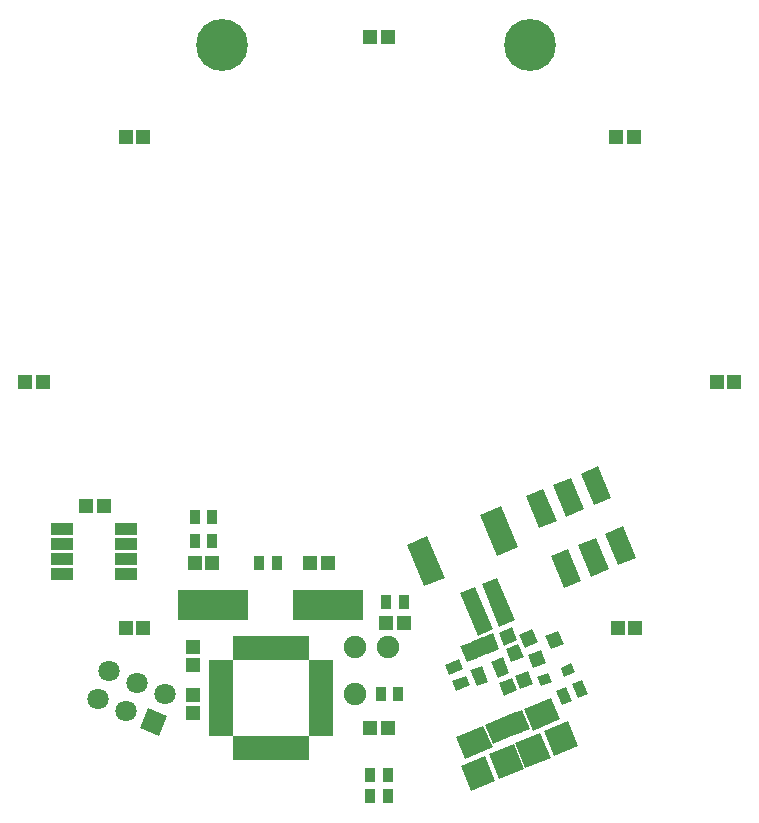
<source format=gbr>
G04 #@! TF.FileFunction,Soldermask,Bot*
%FSLAX46Y46*%
G04 Gerber Fmt 4.6, Leading zero omitted, Abs format (unit mm)*
G04 Created by KiCad (PCBNEW 4.0.2-stable) date 7/20/2016 11:09:08 PM*
%MOMM*%
G01*
G04 APERTURE LIST*
%ADD10C,0.100000*%
%ADD11R,0.900000X1.300000*%
%ADD12C,4.400000*%
%ADD13R,1.200000X1.150000*%
%ADD14R,1.150000X1.200000*%
%ADD15R,0.950000X2.000000*%
%ADD16R,2.000000X0.950000*%
%ADD17R,1.950000X1.000000*%
%ADD18C,1.900000*%
%ADD19R,6.000700X2.500580*%
%ADD20C,1.797000*%
G04 APERTURE END LIST*
D10*
D11*
X146927000Y-131445000D03*
X145427000Y-131445000D03*
D12*
X158076000Y-76524000D03*
X132041000Y-76524000D03*
D13*
X131191000Y-120396000D03*
X129691000Y-120396000D03*
X140945999Y-120396000D03*
X139445999Y-120396000D03*
D14*
X129540000Y-129020000D03*
X129540000Y-127520000D03*
X129540000Y-133084000D03*
X129540000Y-131584000D03*
D13*
X145922999Y-125476000D03*
X147422999Y-125476000D03*
D10*
G36*
X155873259Y-131618123D02*
X155433173Y-130555661D01*
X156541829Y-130096441D01*
X156981915Y-131158903D01*
X155873259Y-131618123D01*
X155873259Y-131618123D01*
G37*
G36*
X157259079Y-131044097D02*
X156818993Y-129981635D01*
X157927649Y-129522415D01*
X158367735Y-130584877D01*
X157259079Y-131044097D01*
X157259079Y-131044097D01*
G37*
G36*
X155458910Y-126269550D02*
X156521372Y-125829464D01*
X156980592Y-126938120D01*
X155918130Y-127378206D01*
X155458910Y-126269550D01*
X155458910Y-126269550D01*
G37*
G36*
X156032936Y-127655370D02*
X157095398Y-127215284D01*
X157554618Y-128323940D01*
X156492156Y-128764026D01*
X156032936Y-127655370D01*
X156032936Y-127655370D01*
G37*
D13*
X144526000Y-134366000D03*
X146026000Y-134366000D03*
X165493000Y-125857000D03*
X166993000Y-125857000D03*
X173875000Y-105029000D03*
X175375000Y-105029000D03*
X165378000Y-84328000D03*
X166878000Y-84328000D03*
X144550000Y-75819000D03*
X146050000Y-75819000D03*
X123837000Y-84328000D03*
X125337000Y-84328000D03*
X115340000Y-105029000D03*
X116840000Y-105029000D03*
X123837000Y-125857000D03*
X125337000Y-125857000D03*
D10*
G36*
X161580814Y-128858903D02*
X161906095Y-129644201D01*
X160991454Y-130023057D01*
X160666173Y-129237759D01*
X161580814Y-128858903D01*
X161580814Y-128858903D01*
G37*
G36*
X159631428Y-129666365D02*
X159956709Y-130451663D01*
X159042068Y-130830519D01*
X158716787Y-130045221D01*
X159631428Y-129666365D01*
X159631428Y-129666365D01*
G37*
D15*
X133344000Y-127576000D03*
X134144000Y-127576000D03*
X134944000Y-127576000D03*
X135744000Y-127576000D03*
X136544000Y-127576000D03*
X137344000Y-127576000D03*
X138144000Y-127576000D03*
X138944000Y-127576000D03*
D16*
X140394000Y-129026000D03*
X140394000Y-129826000D03*
X140394000Y-130626000D03*
X140394000Y-131426000D03*
X140394000Y-132226000D03*
X140394000Y-133026000D03*
X140394000Y-133826000D03*
X140394000Y-134626000D03*
D15*
X138944000Y-136076000D03*
X138144000Y-136076000D03*
X137344000Y-136076000D03*
X136544000Y-136076000D03*
X135744000Y-136076000D03*
X134944000Y-136076000D03*
X134144000Y-136076000D03*
X133344000Y-136076000D03*
D16*
X131894000Y-134626000D03*
X131894000Y-133826000D03*
X131894000Y-133026000D03*
X131894000Y-132226000D03*
X131894000Y-131426000D03*
X131894000Y-130626000D03*
X131894000Y-129826000D03*
X131894000Y-129026000D03*
D10*
G36*
X156722073Y-135671354D02*
X157602244Y-137796277D01*
X155477321Y-138676448D01*
X154597150Y-136551525D01*
X156722073Y-135671354D01*
X156722073Y-135671354D01*
G37*
G36*
X158939384Y-134752914D02*
X159819555Y-136877837D01*
X157694632Y-137758008D01*
X156814461Y-135633085D01*
X158939384Y-134752914D01*
X158939384Y-134752914D01*
G37*
G36*
X158090743Y-134400292D02*
X157351639Y-134706439D01*
X156681943Y-133089650D01*
X157421047Y-132783503D01*
X158090743Y-134400292D01*
X158090743Y-134400292D01*
G37*
G36*
X157490221Y-134649037D02*
X156751117Y-134955184D01*
X156081421Y-133338395D01*
X156820525Y-133032248D01*
X157490221Y-134649037D01*
X157490221Y-134649037D01*
G37*
G36*
X156889699Y-134897781D02*
X156150595Y-135203928D01*
X155480899Y-133587139D01*
X156220003Y-133280992D01*
X156889699Y-134897781D01*
X156889699Y-134897781D01*
G37*
G36*
X156289178Y-135146525D02*
X155550074Y-135452672D01*
X154880378Y-133835883D01*
X155619482Y-133529736D01*
X156289178Y-135146525D01*
X156289178Y-135146525D01*
G37*
G36*
X155688656Y-135395269D02*
X154949552Y-135701416D01*
X154279856Y-134084627D01*
X155018960Y-133778480D01*
X155688656Y-135395269D01*
X155688656Y-135395269D01*
G37*
G36*
X159869327Y-131769392D02*
X160634694Y-133617151D01*
X158324995Y-134573860D01*
X157559628Y-132726101D01*
X159869327Y-131769392D01*
X159869327Y-131769392D01*
G37*
G36*
X154141481Y-134142528D02*
X154906848Y-135990287D01*
X152597149Y-136946996D01*
X151831782Y-135099237D01*
X154141481Y-134142528D01*
X154141481Y-134142528D01*
G37*
G36*
X161295277Y-133777071D02*
X162175448Y-135901994D01*
X160142913Y-136743897D01*
X159262742Y-134618974D01*
X161295277Y-133777071D01*
X161295277Y-133777071D01*
G37*
G36*
X154273792Y-136685465D02*
X155153963Y-138810388D01*
X153121428Y-139652291D01*
X152241257Y-137527368D01*
X154273792Y-136685465D01*
X154273792Y-136685465D01*
G37*
G36*
X159465195Y-128848796D02*
X158356447Y-129308054D01*
X157897189Y-128199306D01*
X159005937Y-127740048D01*
X159465195Y-128848796D01*
X159465195Y-128848796D01*
G37*
G36*
X158738096Y-127093425D02*
X157629348Y-127552683D01*
X157170090Y-126443935D01*
X158278838Y-125984677D01*
X158738096Y-127093425D01*
X158738096Y-127093425D01*
G37*
G36*
X160948462Y-127206134D02*
X159839714Y-127665392D01*
X159380456Y-126556644D01*
X160489204Y-126097386D01*
X160948462Y-127206134D01*
X160948462Y-127206134D01*
G37*
D11*
X144538000Y-140081000D03*
X146038000Y-140081000D03*
X144538000Y-138303000D03*
X146038000Y-138303000D03*
D10*
G36*
X160767204Y-132421439D02*
X160269716Y-131220396D01*
X161101208Y-130875981D01*
X161598696Y-132077024D01*
X160767204Y-132421439D01*
X160767204Y-132421439D01*
G37*
G36*
X162153024Y-131847413D02*
X161655536Y-130646370D01*
X162487028Y-130301955D01*
X162984516Y-131502998D01*
X162153024Y-131847413D01*
X162153024Y-131847413D01*
G37*
D11*
X145923000Y-123698000D03*
X147423000Y-123698000D03*
D10*
G36*
X152998868Y-130735953D02*
X151797825Y-131233441D01*
X151453410Y-130401949D01*
X152654453Y-129904461D01*
X152998868Y-130735953D01*
X152998868Y-130735953D01*
G37*
G36*
X152424842Y-129350133D02*
X151223799Y-129847621D01*
X150879384Y-129016129D01*
X152080427Y-128518641D01*
X152424842Y-129350133D01*
X152424842Y-129350133D01*
G37*
D17*
X118458000Y-121285000D03*
X118458000Y-120015000D03*
X118458000Y-118745000D03*
X118458000Y-117475000D03*
X123858000Y-117475000D03*
X123858000Y-118745000D03*
X123858000Y-120015000D03*
X123858000Y-121285000D03*
D10*
G36*
X152187291Y-127434256D02*
X153157365Y-127032438D01*
X153716083Y-128381302D01*
X152746009Y-128783120D01*
X152187291Y-127434256D01*
X152187291Y-127434256D01*
G37*
G36*
X153064976Y-127070707D02*
X154035050Y-126668889D01*
X154593768Y-128017753D01*
X153623694Y-128419571D01*
X153064976Y-127070707D01*
X153064976Y-127070707D01*
G37*
G36*
X153942662Y-126707157D02*
X154912736Y-126305339D01*
X155471454Y-127654203D01*
X154501380Y-128056021D01*
X153942662Y-126707157D01*
X153942662Y-126707157D01*
G37*
G36*
X154784565Y-128739692D02*
X155754639Y-128337874D01*
X156313357Y-129686738D01*
X155343283Y-130088556D01*
X154784565Y-128739692D01*
X154784565Y-128739692D01*
G37*
G36*
X153029194Y-129466791D02*
X153999268Y-129064973D01*
X154557986Y-130413837D01*
X153587912Y-130815655D01*
X153029194Y-129466791D01*
X153029194Y-129466791D01*
G37*
D18*
X143256000Y-127508000D03*
X146050000Y-127508000D03*
X143256000Y-131445000D03*
D19*
X131272279Y-123952001D03*
X140969999Y-123952001D03*
D13*
X122022999Y-115570000D03*
X120522999Y-115570000D03*
D10*
G36*
X163838153Y-112204182D02*
X164947935Y-114883433D01*
X163469727Y-115495726D01*
X162359945Y-112816475D01*
X163838153Y-112204182D01*
X163838153Y-112204182D01*
G37*
G36*
X161528454Y-113160890D02*
X162638236Y-115840141D01*
X161160028Y-116452434D01*
X160050246Y-113773183D01*
X161528454Y-113160890D01*
X161528454Y-113160890D01*
G37*
G36*
X159218755Y-114117599D02*
X160328537Y-116796850D01*
X158850329Y-117409143D01*
X157740547Y-114729892D01*
X159218755Y-114117599D01*
X159218755Y-114117599D01*
G37*
G36*
X165942911Y-117285519D02*
X167052693Y-119964770D01*
X165574485Y-120577063D01*
X164464703Y-117897812D01*
X165942911Y-117285519D01*
X165942911Y-117285519D01*
G37*
G36*
X163633213Y-118242228D02*
X164742995Y-120921479D01*
X163264787Y-121533772D01*
X162155005Y-118854521D01*
X163633213Y-118242228D01*
X163633213Y-118242228D01*
G37*
G36*
X161323514Y-119198936D02*
X162433296Y-121878187D01*
X160955088Y-122490480D01*
X159845306Y-119811229D01*
X161323514Y-119198936D01*
X161323514Y-119198936D01*
G37*
G36*
X125707381Y-132670396D02*
X127367593Y-133358078D01*
X126679911Y-135018290D01*
X125019699Y-134330608D01*
X125707381Y-132670396D01*
X125707381Y-132670396D01*
G37*
D20*
X127165662Y-131497689D03*
X123846992Y-132872327D03*
X124819008Y-130525673D03*
X121500338Y-131900311D03*
X122472354Y-129553657D03*
D11*
X135140000Y-120396000D03*
X136640000Y-120396000D03*
D10*
G36*
X155291243Y-121625191D02*
X156783708Y-125228321D01*
X155490277Y-125764077D01*
X153997812Y-122160947D01*
X155291243Y-121625191D01*
X155291243Y-121625191D01*
G37*
G36*
X153443483Y-122390557D02*
X154935948Y-125993687D01*
X153642517Y-126529443D01*
X152150052Y-122926313D01*
X153443483Y-122390557D01*
X153443483Y-122390557D01*
G37*
G36*
X155588570Y-115548876D02*
X157042767Y-119059618D01*
X155287396Y-119786716D01*
X153833199Y-116275974D01*
X155588570Y-115548876D01*
X155588570Y-115548876D01*
G37*
G36*
X149398578Y-118112855D02*
X150852775Y-121623597D01*
X149097404Y-122350695D01*
X147643207Y-118839953D01*
X149398578Y-118112855D01*
X149398578Y-118112855D01*
G37*
D11*
X131179000Y-116459000D03*
X129679000Y-116459000D03*
X131179000Y-118491000D03*
X129679000Y-118491000D03*
M02*

</source>
